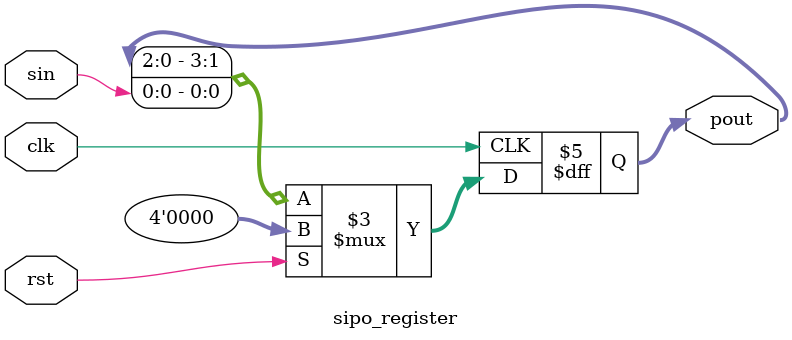
<source format=v>

module sipo_register(input clk, rst,
                     input sin,
                     output reg [3:0] pout
                     );
                     
                     always@(posedge clk) begin
                        if(rst) 
                            pout <= 4'b0000;
                        else
                            pout <= {pout[2:0], sin};
                     end

endmodule


</source>
